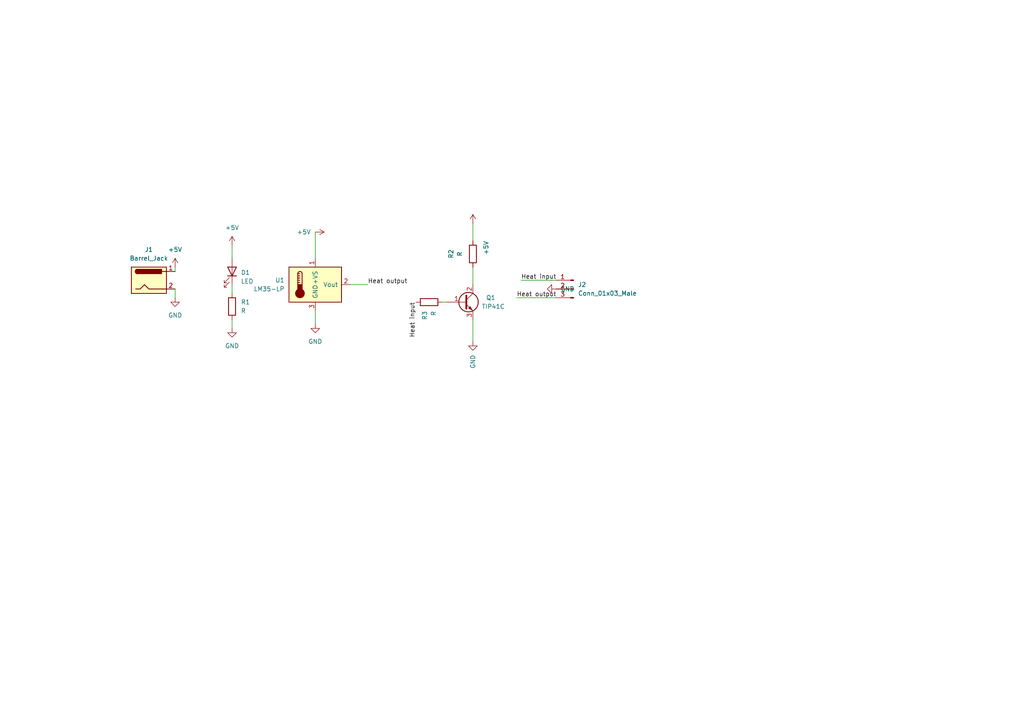
<source format=kicad_sch>
(kicad_sch (version 20211123) (generator eeschema)
  (paper "A4")
  (lib_symbols
    (symbol "Connector:Barrel_Jack" (pin_names (offset 1.016))
      (property "Reference" "J" (at 0 5.334 0))
      (property "Value" "Barrel_Jack" (at 0 -5.08 0))
      (symbol "Barrel_Jack_0_1"
        (rectangle (start -5.08 3.81) (end 5.08 -3.81) (stroke (width 0.254)) (fill (type background)))
        (arc (start -3.302 3.175) (mid -3.937 2.54) (end -3.302 1.905) (stroke (width 0.254)))
        (arc (start -3.302 3.175) (mid -3.937 2.54) (end -3.302 1.905) (stroke (width 0.254)) (fill (type outline)))
        (polyline (pts (xy 5.08 2.54) (xy 3.81 2.54)) (stroke (width 0.254)))
        (polyline (pts (xy -3.81 -2.54) (xy -2.54 -2.54) (xy -1.27 -1.27) (xy 0 -2.54) (xy 2.54 -2.54) (xy 5.08 -2.54)) (stroke (width 0.254)))
        (rectangle (start 3.683 3.175) (end -3.302 1.905) (stroke (width 0.254)) (fill (type outline)))
      )
      (symbol "Barrel_Jack_1_1"
        (pin passive line (at 7.62 2.54 180) (length 2.54) (name "~") (number "1"))
        (pin passive line (at 7.62 -2.54 180) (length 2.54) (name "~") (number "2"))
      )
    )
    (symbol "Connector:Conn_01x03_Male" (pin_names (offset 1.016) hide)
      (property "Reference" "J" (at 0 5.08 0))
      (property "Value" "Conn_01x03_Male" (at 0 -5.08 0))
      (symbol "Conn_01x03_Male_1_1"
        (polyline (pts (xy 1.27 -2.54) (xy 0.8636 -2.54)) (stroke (width 0.1524)))
        (polyline (pts (xy 1.27 0) (xy 0.8636 0)) (stroke (width 0.1524)))
        (polyline (pts (xy 1.27 2.54) (xy 0.8636 2.54)) (stroke (width 0.1524)))
        (rectangle (start 0.8636 -2.413) (end 0 -2.667) (stroke (width 0.1524)) (fill (type outline)))
        (rectangle (start 0.8636 0.127) (end 0 -0.127) (stroke (width 0.1524)) (fill (type outline)))
        (rectangle (start 0.8636 2.667) (end 0 2.413) (stroke (width 0.1524)) (fill (type outline)))
        (pin passive line (at 5.08 2.54 180) (length 3.81) (name "Pin_1") (number "1"))
        (pin passive line (at 5.08 0 180) (length 3.81) (name "Pin_2") (number "2"))
        (pin passive line (at 5.08 -2.54 180) (length 3.81) (name "Pin_3") (number "3"))
      )
    )
    (symbol "Device:LED" (pin_numbers hide) (pin_names (offset 1.016) hide)
      (property "Reference" "D" (at 0 2.54 0))
      (property "Value" "LED" (at 0 -2.54 0))
      (symbol "LED_0_1"
        (polyline (pts (xy -1.27 -1.27) (xy -1.27 1.27)) (stroke (width 0.254)))
        (polyline (pts (xy -1.27 0) (xy 1.27 0)))
        (polyline (pts (xy 1.27 -1.27) (xy 1.27 1.27) (xy -1.27 0) (xy 1.27 -1.27)) (stroke (width 0.254)))
        (polyline (pts (xy -3.048 -0.762) (xy -4.572 -2.286) (xy -3.81 -2.286) (xy -4.572 -2.286) (xy -4.572 -1.524)))
        (polyline (pts (xy -1.778 -0.762) (xy -3.302 -2.286) (xy -2.54 -2.286) (xy -3.302 -2.286) (xy -3.302 -1.524)))
      )
      (symbol "LED_1_1"
        (pin passive line (at -3.81 0 0) (length 2.54) (name "K") (number "1"))
        (pin passive line (at 3.81 0 180) (length 2.54) (name "A") (number "2"))
      )
    )
    (symbol "Device:R" (pin_numbers hide) (pin_names (offset 0))
      (property "Reference" "R" (at 2.032 0 90))
      (property "Value" "R" (at 0 0 90))
      (symbol "R_0_1"
        (rectangle (start -1.016 -2.54) (end 1.016 2.54) (stroke (width 0.254)))
      )
      (symbol "R_1_1"
        (pin passive line (at 0 3.81 270) (length 1.27) (name "~") (number "1"))
        (pin passive line (at 0 -3.81 90) (length 1.27) (name "~") (number "2"))
      )
    )
    (symbol "Sensor_Temperature:LM35-LP" (pin_names (offset 1.016))
      (property "Reference" "U" (at -6.35 6.35 0))
      (property "Value" "LM35-LP" (at 1.27 6.35 0))
      (symbol "LM35-LP_0_1"
        (rectangle (start -7.62 5.08) (end 7.62 -5.08) (stroke (width 0.254)) (fill (type background)))
        (circle (center -4.445 -2.54) (radius 1.27) (stroke (width 0.254)) (fill (type outline)))
        (rectangle (start -3.81 -1.905) (end -5.08 0) (stroke (width 0.254)) (fill (type outline)))
        (arc (start -3.81 3.175) (mid -4.445 3.81) (end -5.08 3.175) (stroke (width 0.254)))
        (polyline (pts (xy -5.08 0.635) (xy -4.445 0.635)) (stroke (width 0.254)))
        (polyline (pts (xy -5.08 1.27) (xy -4.445 1.27)) (stroke (width 0.254)))
        (polyline (pts (xy -5.08 1.905) (xy -4.445 1.905)) (stroke (width 0.254)))
        (polyline (pts (xy -5.08 2.54) (xy -4.445 2.54)) (stroke (width 0.254)))
        (polyline (pts (xy -5.08 3.175) (xy -5.08 0)) (stroke (width 0.254)))
        (polyline (pts (xy -5.08 3.175) (xy -4.445 3.175)) (stroke (width 0.254)))
        (polyline (pts (xy -3.81 3.175) (xy -3.81 0)) (stroke (width 0.254)))
      )
      (symbol "LM35-LP_1_1"
        (pin power_in line (at 0 7.62 270) (length 2.54) (name "+VS") (number "1"))
        (pin output line (at 10.16 0 180) (length 2.54) (name "Vout") (number "2"))
        (pin power_in line (at 0 -7.62 90) (length 2.54) (name "GND") (number "3"))
      )
    )
    (symbol "Transistor_BJT:TIP41C" (pin_names (offset 0) hide)
      (property "Reference" "Q" (at 6.35 1.905 0))
      (property "Value" "TIP41C" (at 6.35 0 0))
      (symbol "TIP41C_0_1"
        (polyline (pts (xy 0.635 0.635) (xy 2.54 2.54)))
        (polyline (pts (xy 0.635 -0.635) (xy 2.54 -2.54) (xy 2.54 -2.54)))
        (polyline (pts (xy 0.635 1.905) (xy 0.635 -1.905) (xy 0.635 -1.905)) (stroke (width 0.508)))
        (polyline (pts (xy 1.27 -1.778) (xy 1.778 -1.27) (xy 2.286 -2.286) (xy 1.27 -1.778) (xy 1.27 -1.778)) (fill (type outline)))
        (circle (center 1.27 0) (radius 2.8194) (stroke (width 0.254)))
      )
      (symbol "TIP41C_1_1"
        (pin input line (at -5.08 0 0) (length 5.715) (name "B") (number "1"))
        (pin passive line (at 2.54 5.08 270) (length 2.54) (name "C") (number "2"))
        (pin passive line (at 2.54 -5.08 90) (length 2.54) (name "E") (number "3"))
      )
    )
    (symbol "power:+5V" (power) (pin_names (offset 0))
      (property "Value" "+5V" (at 0 3.556 0))
      (symbol "+5V_0_1"
        (polyline (pts (xy -0.762 1.27) (xy 0 2.54)))
        (polyline (pts (xy 0 0) (xy 0 2.54)))
        (polyline (pts (xy 0 2.54) (xy 0.762 1.27)))
      )
      (symbol "+5V_1_1"
        (pin power_in line (at 0 0 90) (length 0) hide (name "+5V") (number "1"))
      )
    )
    (symbol "power:GND" (power) (pin_names (offset 0))
      (property "Value" "GND" (at 0 -3.81 0))
      (symbol "GND_0_1"
        (polyline (pts (xy 0 0) (xy 0 -1.27) (xy 1.27 -1.27) (xy 0 -2.54) (xy -1.27 -1.27) (xy 0 -1.27)))
      )
      (symbol "GND_1_1"
        (pin power_in line (at 0 0 270) (length 0) hide (name "GND") (number "1"))
      )
    )
  )
  (wire (pts (xy 128.27 87.63) (xy 129.54 87.63)))
  (wire (pts (xy 151.13 81.28) (xy 161.29 81.28)))
  (wire (pts (xy 101.6 82.55) (xy 106.68 82.55)))
  (wire (pts (xy 67.31 92.71) (xy 67.31 95.25)))
  (wire (pts (xy 137.16 77.47) (xy 137.16 82.55)))
  (wire (pts (xy 91.44 67.31) (xy 91.44 74.93)))
  (wire (pts (xy 149.86 86.36) (xy 161.29 86.36)))
  (wire (pts (xy 67.31 82.55) (xy 67.31 85.09)))
  (wire (pts (xy 137.16 64.77) (xy 137.16 69.85)))
  (wire (pts (xy 137.16 92.71) (xy 137.16 99.06)))
  (wire (pts (xy 50.8 77.47) (xy 50.8 78.74)))
  (wire (pts (xy 67.31 71.12) (xy 67.31 74.93)))
  (wire (pts (xy 91.44 90.17) (xy 91.44 93.98)))
  (wire (pts (xy 50.8 83.82) (xy 50.8 86.36)))
  (label "Heat output" (at 106.68 82.55 0))
  (label "Heat input" (at 120.65 87.63 270))
  (label "Heat input" (at 151.13 81.28 0))
  (label "Heat output" (at 149.86 86.36 0))
  (symbol (lib_id "power:+5V") (at 137.16 64.77 0) (unit 1)
    (property "Reference" "#PWR05" (effects hide))
    (property "Value" "+5V" (at 140.9701 69.85 90) (effects (justify right)))
  )
  (symbol (lib_id "Sensor_Temperature:LM35-LP") (at 91.44 82.55 0) (unit 1)
    (property "Reference" "U1" (at 82.55 81.2799 0) (effects (justify right)))
    (property "Value" "LM35-LP" (at 82.55 83.8199 0) (effects (justify right)))
    (property "Footprint" "Package_TO_SOT_THT:TO-92" (effects hide))
    (property "Datasheet" "http://www.ti.com/lit/ds/symlink/lm35.pdf" (effects hide))
  )
  (symbol (lib_id "Device:R") (at 137.16 73.66 0) (mirror x) (unit 1)
    (property "Reference" "R2" (at 130.81 73.66 90))
    (property "Value" "R" (at 133.35 73.66 90))
    (property "Footprint" "Resistor_THT:R_Axial_DIN0207_L6.3mm_D2.5mm_P10.16mm_Horizontal" (effects hide))
  )
  (symbol (lib_id "Transistor_BJT:TIP41C") (at 134.62 87.63 0) (unit 1)
    (property "Reference" "Q1" (at 140.97 86.36 0) (effects (justify left)))
    (property "Value" "TIP41C" (at 139.7 88.8999 0) (effects (justify left)))
    (property "Footprint" "Package_TO_SOT_THT:TO-220-3_Vertical" (effects hide))
    (property "Datasheet" "https://www.centralsemi.com/get_document.php?cmp=1&mergetype=pd&mergepath=pd&pdf_id=tip41.PDF" (effects hide))
  )
  (symbol (lib_id "power:GND") (at 67.31 95.25 0) (unit 1)
    (property "Reference" "#PWR04" (effects hide))
    (property "Value" "GND" (at 67.31 100.33 0))
  )
  (symbol (lib_id "power:GND") (at 50.8 86.36 0) (unit 1)
    (property "Reference" "#PWR02" (effects hide))
    (property "Value" "GND" (at 50.8 91.44 0))
  )
  (symbol (lib_id "power:GND") (at 91.44 93.98 0) (unit 1)
    (property "Reference" "#PWR08" (effects hide))
    (property "Value" "GND" (at 91.44 99.06 0))
  )
  (symbol (lib_id "Device:LED") (at 67.31 78.74 270) (mirror x) (unit 1)
    (property "Reference" "D1" (at 69.85 79.0574 90) (effects (justify left)))
    (property "Value" "LED" (at 69.85 81.5974 90) (effects (justify left)))
    (property "Footprint" "LED_THT:LED_D3.0mm" (effects hide))
  )
  (symbol (lib_id "power:GND") (at 161.29 83.82 270) (mirror x) (unit 1)
    (property "Reference" "#PWR0101" (effects hide))
    (property "Value" "GND" (at 162.56 83.8199 90) (effects (justify left)))
  )
  (symbol (lib_id "power:+5V") (at 50.8 77.47 0) (unit 1)
    (property "Reference" "#PWR01" (effects hide))
    (property "Value" "+5V" (at 50.8 72.39 0))
  )
  (symbol (lib_id "power:GND") (at 137.16 99.06 0) (mirror y) (unit 1)
    (property "Reference" "#PWR07" (effects hide))
    (property "Value" "GND" (at 137.1599 102.87 90) (effects (justify right)))
  )
  (symbol (lib_id "power:+5V") (at 91.44 67.31 270) (unit 1)
    (property "Reference" "#PWR06" (effects hide))
    (property "Value" "+5V" (at 90.17 67.3101 90) (effects (justify right)))
  )
  (symbol (lib_id "Device:R") (at 124.46 87.63 90) (mirror x) (unit 1)
    (property "Reference" "R3" (at 123.1899 90.17 0) (effects (justify left)))
    (property "Value" "R" (at 125.7299 90.17 0) (effects (justify left)))
    (property "Footprint" "Resistor_THT:R_Axial_DIN0207_L6.3mm_D2.5mm_P10.16mm_Horizontal" (effects hide))
  )
  (symbol (lib_id "Connector:Conn_01x03_Male") (at 166.37 83.82 0) (mirror y) (unit 1)
    (property "Reference" "J2" (at 167.64 82.5499 0) (effects (justify right)))
    (property "Value" "Conn_01x03_Male" (at 167.64 85.0899 0) (effects (justify right)))
    (property "Footprint" "Connector_PinHeader_2.00mm:PinHeader_1x03_P2.00mm_Vertical" (effects hide))
  )
  (symbol (lib_id "power:+5V") (at 67.31 71.12 0) (unit 1)
    (property "Reference" "#PWR03" (effects hide))
    (property "Value" "+5V" (at 67.31 66.04 0))
  )
  (symbol (lib_id "Connector:Barrel_Jack") (at 43.18 81.28 0) (unit 1)
    (property "Reference" "J1" (at 43.18 72.39 0))
    (property "Value" "Barrel_Jack" (at 43.18 74.93 0))
    (property "Footprint" "Connector_BarrelJack:BarrelJack_Horizontal" (effects hide))
  )
  (symbol (lib_id "Device:R") (at 67.31 88.9 0) (unit 1)
    (property "Reference" "R1" (at 69.85 87.6299 0) (effects (justify left)))
    (property "Value" "R" (at 69.85 90.1699 0) (effects (justify left)))
    (property "Footprint" "Resistor_THT:R_Axial_DIN0207_L6.3mm_D2.5mm_P10.16mm_Horizontal" (effects hide))
  )
)
</source>
